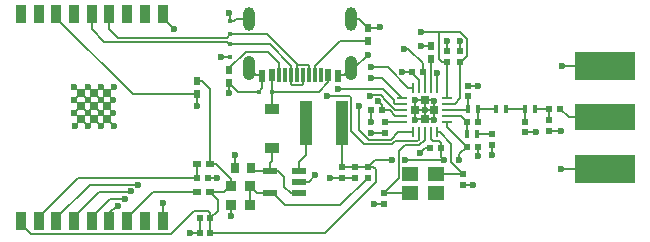
<source format=gtl>
G04 #@! TF.GenerationSoftware,KiCad,Pcbnew,7.0.7-7.0.7~ubuntu23.04.1*
G04 #@! TF.CreationDate,2023-08-22T21:33:39+02:00*
G04 #@! TF.ProjectId,CoralWave,436f7261-6c57-4617-9665-2e6b69636164,rev?*
G04 #@! TF.SameCoordinates,Original*
G04 #@! TF.FileFunction,Copper,L1,Top*
G04 #@! TF.FilePolarity,Positive*
%FSLAX46Y46*%
G04 Gerber Fmt 4.6, Leading zero omitted, Abs format (unit mm)*
G04 Created by KiCad (PCBNEW 7.0.7-7.0.7~ubuntu23.04.1) date 2023-08-22 21:33:39*
%MOMM*%
%LPD*%
G01*
G04 APERTURE LIST*
G04 #@! TA.AperFunction,SMDPad,CuDef*
%ADD10R,1.400000X1.200000*%
G04 #@! TD*
G04 #@! TA.AperFunction,SMDPad,CuDef*
%ADD11R,0.600000X0.620000*%
G04 #@! TD*
G04 #@! TA.AperFunction,SMDPad,CuDef*
%ADD12R,0.620000X0.600000*%
G04 #@! TD*
G04 #@! TA.AperFunction,SMDPad,CuDef*
%ADD13R,0.947699X0.254800*%
G04 #@! TD*
G04 #@! TA.AperFunction,SMDPad,CuDef*
%ADD14R,0.254800X0.947699*%
G04 #@! TD*
G04 #@! TA.AperFunction,SMDPad,CuDef*
%ADD15R,0.650000X0.720000*%
G04 #@! TD*
G04 #@! TA.AperFunction,SMDPad,CuDef*
%ADD16R,0.720000X0.650000*%
G04 #@! TD*
G04 #@! TA.AperFunction,SMDPad,CuDef*
%ADD17R,0.900000X0.950000*%
G04 #@! TD*
G04 #@! TA.AperFunction,SMDPad,CuDef*
%ADD18R,0.600000X0.750000*%
G04 #@! TD*
G04 #@! TA.AperFunction,SMDPad,CuDef*
%ADD19R,0.750000X0.600000*%
G04 #@! TD*
G04 #@! TA.AperFunction,SMDPad,CuDef*
%ADD20R,0.750000X0.940000*%
G04 #@! TD*
G04 #@! TA.AperFunction,SMDPad,CuDef*
%ADD21R,0.350000X0.650000*%
G04 #@! TD*
G04 #@! TA.AperFunction,SMDPad,CuDef*
%ADD22R,1.219200X0.914400*%
G04 #@! TD*
G04 #@! TA.AperFunction,SMDPad,CuDef*
%ADD23R,0.430000X0.320000*%
G04 #@! TD*
G04 #@! TA.AperFunction,SMDPad,CuDef*
%ADD24R,0.320000X0.430000*%
G04 #@! TD*
G04 #@! TA.AperFunction,SMDPad,CuDef*
%ADD25R,0.600000X0.700000*%
G04 #@! TD*
G04 #@! TA.AperFunction,SMDPad,CuDef*
%ADD26R,5.080000X2.290000*%
G04 #@! TD*
G04 #@! TA.AperFunction,SMDPad,CuDef*
%ADD27R,5.080000X2.415000*%
G04 #@! TD*
G04 #@! TA.AperFunction,SMDPad,CuDef*
%ADD28R,0.600000X1.030000*%
G04 #@! TD*
G04 #@! TA.AperFunction,SMDPad,CuDef*
%ADD29R,0.600000X1.080000*%
G04 #@! TD*
G04 #@! TA.AperFunction,SMDPad,CuDef*
%ADD30R,0.300000X1.150000*%
G04 #@! TD*
G04 #@! TA.AperFunction,ComponentPad*
%ADD31O,1.050000X2.100000*%
G04 #@! TD*
G04 #@! TA.AperFunction,ComponentPad*
%ADD32O,1.000000X2.000000*%
G04 #@! TD*
G04 #@! TA.AperFunction,SMDPad,CuDef*
%ADD33R,0.900000X1.500000*%
G04 #@! TD*
G04 #@! TA.AperFunction,SMDPad,CuDef*
%ADD34R,0.700000X0.700000*%
G04 #@! TD*
G04 #@! TA.AperFunction,SMDPad,CuDef*
%ADD35R,1.100000X3.700000*%
G04 #@! TD*
G04 #@! TA.AperFunction,SMDPad,CuDef*
%ADD36R,1.200000X0.600000*%
G04 #@! TD*
G04 #@! TA.AperFunction,ViaPad*
%ADD37C,0.600000*%
G04 #@! TD*
G04 #@! TA.AperFunction,Conductor*
%ADD38C,0.127000*%
G04 #@! TD*
G04 APERTURE END LIST*
D10*
X132600000Y-65460000D03*
X134800000Y-65460000D03*
X134800000Y-63860000D03*
X132600000Y-63860000D03*
D11*
X114770000Y-67600000D03*
X115690000Y-67600000D03*
D12*
X130340000Y-65460000D03*
X130340000Y-66380000D03*
D11*
X144390000Y-58340000D03*
X145310000Y-58340000D03*
D13*
X131936350Y-57419999D03*
X131936350Y-57920001D03*
X131936350Y-58420000D03*
X131936350Y-58919999D03*
X131936350Y-59420001D03*
D14*
X132832599Y-60316250D03*
X133332601Y-60316250D03*
X133832600Y-60316250D03*
X134332599Y-60316250D03*
X134832601Y-60316250D03*
D13*
X135728850Y-59420001D03*
X135728850Y-58919999D03*
X135728850Y-58420000D03*
X135728850Y-57920001D03*
X135728850Y-57419999D03*
D14*
X134832601Y-56523750D03*
X134332599Y-56523750D03*
X133832600Y-56523750D03*
X133332601Y-56523750D03*
X132832599Y-56523750D03*
D15*
X133027600Y-58420000D03*
D16*
X133832600Y-57615000D03*
X133832600Y-59225000D03*
D15*
X134637600Y-58420000D03*
D17*
X117400000Y-64830000D03*
X119000000Y-64830000D03*
D12*
X129010000Y-64140000D03*
X129010000Y-63220000D03*
X139530000Y-61380000D03*
X139530000Y-60460000D03*
X135730000Y-53430000D03*
X135730000Y-54350000D03*
D18*
X114570000Y-56000000D03*
X114570000Y-57100000D03*
D19*
X114530000Y-63000000D03*
X115630000Y-63000000D03*
D20*
X119150000Y-63340000D03*
X117750000Y-63340000D03*
D17*
X119000000Y-66440000D03*
X117400000Y-66440000D03*
D12*
X130500000Y-59420000D03*
X130500000Y-60340000D03*
D21*
X142285000Y-58340000D03*
X143135000Y-58340000D03*
D12*
X127910000Y-64140000D03*
X127910000Y-63220000D03*
D22*
X120860000Y-61638300D03*
X120860000Y-58361700D03*
D19*
X114530000Y-65400000D03*
X115630000Y-65400000D03*
D12*
X137090000Y-63860000D03*
X137090000Y-64780000D03*
D11*
X132730000Y-55220000D03*
X133650000Y-55220000D03*
D23*
X120870000Y-56860000D03*
X119770000Y-56860000D03*
D24*
X117330000Y-50930000D03*
X117330000Y-52030000D03*
D11*
X114770000Y-68800000D03*
X115690000Y-68800000D03*
D25*
X134350000Y-52990000D03*
X134350000Y-54090000D03*
D26*
X149100000Y-59050000D03*
D27*
X149100000Y-54667500D03*
X149100000Y-63432500D03*
D18*
X117280000Y-55060000D03*
X117280000Y-56160000D03*
D24*
X117340000Y-53970000D03*
X117340000Y-52870000D03*
D21*
X138265000Y-60460000D03*
X137415000Y-60460000D03*
D11*
X129270000Y-58440000D03*
X130190000Y-58440000D03*
D12*
X126810000Y-64140000D03*
X126810000Y-63220000D03*
D11*
X137420000Y-59400000D03*
X138340000Y-59400000D03*
X137380000Y-61530000D03*
X138300000Y-61530000D03*
D18*
X129040000Y-52550000D03*
X129040000Y-51450000D03*
D28*
X126470000Y-55515000D03*
D29*
X125670000Y-55490000D03*
D30*
X124520000Y-55455000D03*
X123520000Y-55455000D03*
X123020000Y-55455000D03*
X122020000Y-55455000D03*
D28*
X120070000Y-55515000D03*
D29*
X120870000Y-55490000D03*
D30*
X121520000Y-55455000D03*
X122520000Y-55455000D03*
X124020000Y-55455000D03*
X125020000Y-55455000D03*
D31*
X127590000Y-54880000D03*
D32*
X127590000Y-50700000D03*
X118950000Y-50700000D03*
D31*
X118950000Y-54880000D03*
D33*
X99630000Y-67800000D03*
X101130000Y-67800000D03*
X102630000Y-67800000D03*
X104130000Y-67800000D03*
X105630000Y-67800000D03*
X107130000Y-67800000D03*
X108630000Y-67800000D03*
X110130000Y-67800000D03*
X111630000Y-67800000D03*
X111630000Y-50300000D03*
X110130000Y-50300000D03*
X108630000Y-50300000D03*
X107130000Y-50300000D03*
X105630000Y-50300000D03*
X104130000Y-50300000D03*
X102630000Y-50300000D03*
X101130000Y-50300000D03*
X99630000Y-50300000D03*
D34*
X105830000Y-58090000D03*
X105830000Y-56990000D03*
X104730000Y-56990000D03*
X104730000Y-58090000D03*
X104730000Y-59190000D03*
X105830000Y-59190000D03*
X106930000Y-59190000D03*
X106930000Y-58090000D03*
X106930000Y-56990000D03*
D12*
X137490000Y-56360000D03*
X137490000Y-57280000D03*
X142280000Y-60320000D03*
X142280000Y-59400000D03*
D11*
X114520000Y-64200000D03*
X115440000Y-64200000D03*
D12*
X144390000Y-60220000D03*
X144390000Y-59300000D03*
D11*
X135220000Y-61670000D03*
X134300000Y-61670000D03*
D21*
X137485000Y-58340000D03*
X138335000Y-58340000D03*
X139885000Y-58340000D03*
X140735000Y-58340000D03*
D35*
X123790000Y-59520000D03*
X126790000Y-59520000D03*
D36*
X123200000Y-65460000D03*
X123200000Y-64510000D03*
X123200000Y-63560000D03*
X120700000Y-63560000D03*
X120700000Y-65460000D03*
D12*
X136830000Y-53430000D03*
X136830000Y-54350000D03*
D37*
X117290000Y-50210000D03*
X107480000Y-59740000D03*
X107470000Y-58640000D03*
X145390000Y-60220000D03*
X145410000Y-54670000D03*
X106380000Y-57540000D03*
X134640000Y-57620000D03*
X125810000Y-64150000D03*
X117750000Y-62270000D03*
X137910000Y-64780000D03*
X106380000Y-59740000D03*
X133530000Y-52990000D03*
X134640000Y-59230000D03*
X129280000Y-60330000D03*
X116620000Y-53970000D03*
X136830000Y-52620000D03*
X106380000Y-56440000D03*
X145390000Y-63430000D03*
X133030000Y-59230000D03*
X138300000Y-62360000D03*
X130020000Y-51420000D03*
X113960000Y-68800000D03*
X131920000Y-55220000D03*
X116240000Y-64200000D03*
X133030000Y-57610000D03*
X105280000Y-56440000D03*
X139530000Y-62260000D03*
X105290000Y-58640000D03*
X143290000Y-60320000D03*
X135730000Y-52620000D03*
X129270000Y-59450000D03*
X107470000Y-57540000D03*
X104170000Y-56440000D03*
X104180000Y-59740000D03*
X105280000Y-59740000D03*
X107480000Y-56440000D03*
X138330000Y-56360000D03*
X106380000Y-58640000D03*
X104170000Y-58640000D03*
X133437641Y-62087000D03*
X124560000Y-63940000D03*
X133830000Y-58430000D03*
X128990000Y-53730000D03*
X104170000Y-57540000D03*
X111630000Y-66290000D03*
X129520000Y-66380000D03*
X134882101Y-55310000D03*
X105280000Y-57540000D03*
X117400000Y-67430000D03*
X117280000Y-57010000D03*
X129273102Y-55693102D03*
X108430000Y-65963000D03*
X129198562Y-57224204D03*
X108993000Y-65316000D03*
X128260000Y-58109602D03*
X109570000Y-64753000D03*
X133490000Y-51780000D03*
X131063500Y-62650000D03*
X132190000Y-62650000D03*
X129850000Y-57690000D03*
X135437000Y-62650000D03*
X136730000Y-62650000D03*
X132045000Y-53225000D03*
X107830000Y-66526000D03*
X129280000Y-54780000D03*
X112630000Y-51600000D03*
X125568571Y-57255445D03*
X126492000Y-56660000D03*
X114570000Y-58089000D03*
D38*
X131936350Y-59420001D02*
X130500000Y-59420000D01*
X129270000Y-58440000D02*
X129270000Y-59450000D01*
X133832600Y-57615000D02*
X134635000Y-57615000D01*
X105830000Y-56990000D02*
X106380000Y-56440000D01*
X127590000Y-54880000D02*
X127840000Y-54880000D01*
X104720000Y-58090000D02*
X104170000Y-58640000D01*
X133820000Y-58420000D02*
X133830000Y-58430000D01*
X127590000Y-54880000D02*
X127015000Y-55455000D01*
X120070000Y-56560000D02*
X119770000Y-56860000D01*
X144390000Y-60220000D02*
X145390000Y-60220000D01*
X125810000Y-64150000D02*
X125820000Y-64140000D01*
X106380000Y-58640000D02*
X105830000Y-58090000D01*
X104730000Y-56990000D02*
X105280000Y-56440000D01*
X149100000Y-63432500D02*
X145392500Y-63432500D01*
X134635000Y-57615000D02*
X134640000Y-57620000D01*
X106930000Y-56990000D02*
X107480000Y-56440000D01*
X118950000Y-50700000D02*
X117890000Y-50700000D01*
X104720000Y-56990000D02*
X104170000Y-56440000D01*
X133832600Y-58432600D02*
X133830000Y-58430000D01*
X133027600Y-58420000D02*
X133027600Y-57612400D01*
X106930000Y-58080000D02*
X107470000Y-57540000D01*
X104720000Y-56990000D02*
X104170000Y-57540000D01*
X105830000Y-59190000D02*
X106380000Y-59740000D01*
X104730000Y-56990000D02*
X104720000Y-56990000D01*
X135730000Y-53430000D02*
X135730000Y-52620000D01*
X133832600Y-59225000D02*
X133035000Y-59225000D01*
X134637600Y-57622400D02*
X134640000Y-57620000D01*
X118950000Y-54880000D02*
X119525000Y-55455000D01*
X111630000Y-67800000D02*
X111630000Y-66290000D01*
X130340000Y-66380000D02*
X129520000Y-66380000D01*
X132730000Y-55320300D02*
X132730000Y-55220000D01*
X125820000Y-64140000D02*
X126810000Y-64140000D01*
X134635000Y-59225000D02*
X134640000Y-59230000D01*
X134350000Y-52990000D02*
X133530000Y-52990000D01*
X104730000Y-58090000D02*
X104720000Y-58090000D01*
X104720000Y-58090000D02*
X104170000Y-57540000D01*
X105290000Y-58640000D02*
X105280000Y-58640000D01*
X105280000Y-58640000D02*
X104730000Y-58090000D01*
X127840000Y-54880000D02*
X128990000Y-53730000D01*
X129040000Y-51450000D02*
X129990000Y-51450000D01*
X134882101Y-55310000D02*
X134832601Y-55359500D01*
X104730000Y-59190000D02*
X104740000Y-59190000D01*
X105830000Y-59190000D02*
X106380000Y-58640000D01*
X117330000Y-50930000D02*
X117660000Y-50930000D01*
X120070000Y-55515000D02*
X120070000Y-56560000D01*
X106380000Y-58640000D02*
X106930000Y-59190000D01*
X133332601Y-55922901D02*
X132730000Y-55320300D01*
X104730000Y-56990000D02*
X105280000Y-57540000D01*
X106930000Y-57000000D02*
X107470000Y-57540000D01*
X133027600Y-58420000D02*
X133027600Y-59227600D01*
X133035000Y-57615000D02*
X133030000Y-57610000D01*
X106930000Y-59190000D02*
X106930000Y-59180000D01*
X133854641Y-61670000D02*
X133437641Y-62087000D01*
X133332601Y-56523750D02*
X133332601Y-55922901D01*
X104740000Y-59190000D02*
X105290000Y-58640000D01*
X106930000Y-59190000D02*
X106380000Y-59740000D01*
X117750000Y-63340000D02*
X117750000Y-62270000D01*
X114770000Y-67600000D02*
X114770000Y-68800000D01*
X134300000Y-61670000D02*
X133854641Y-61670000D01*
X132730000Y-55220000D02*
X131920000Y-55220000D01*
X133035000Y-59225000D02*
X133030000Y-59230000D01*
X119770000Y-56860000D02*
X117980000Y-56860000D01*
X137490000Y-56360000D02*
X138330000Y-56360000D01*
X117980000Y-56860000D02*
X117280000Y-56160000D01*
X105290000Y-58640000D02*
X105290000Y-58630000D01*
X127015000Y-55455000D02*
X126470000Y-55455000D01*
X106930000Y-59180000D02*
X107470000Y-58640000D01*
X133832600Y-59225000D02*
X133832600Y-58432600D01*
X117330000Y-50930000D02*
X117330000Y-50250000D01*
X106930000Y-58100000D02*
X107470000Y-58640000D01*
X117890000Y-50700000D02*
X117660000Y-50930000D01*
X105830000Y-56990000D02*
X105280000Y-56440000D01*
X105280000Y-57540000D02*
X105830000Y-56990000D01*
X105280000Y-57540000D02*
X105830000Y-58090000D01*
X133027600Y-59227600D02*
X133030000Y-59230000D01*
X117280000Y-56160000D02*
X117280000Y-57010000D01*
X105290000Y-58640000D02*
X105290000Y-58650000D01*
X117400000Y-66440000D02*
X117400000Y-67430000D01*
X119525000Y-55455000D02*
X120070000Y-55455000D01*
X129990000Y-51450000D02*
X130020000Y-51420000D01*
X117330000Y-50250000D02*
X117290000Y-50210000D01*
X106380000Y-57540000D02*
X106930000Y-56990000D01*
X106380000Y-57540000D02*
X105830000Y-56990000D01*
X136830000Y-53430000D02*
X136830000Y-52620000D01*
X104730000Y-59190000D02*
X104720000Y-59190000D01*
X104730000Y-58090000D02*
X105280000Y-57540000D01*
X128290000Y-50700000D02*
X129040000Y-51450000D01*
X113960000Y-68800000D02*
X114770000Y-68800000D01*
X145392500Y-63432500D02*
X145390000Y-63430000D01*
X133832600Y-59225000D02*
X134635000Y-59225000D01*
X130500000Y-60340000D02*
X129290000Y-60340000D01*
X104730000Y-59190000D02*
X104180000Y-59740000D01*
X133832600Y-58427400D02*
X133830000Y-58430000D01*
X117340000Y-53970000D02*
X116620000Y-53970000D01*
X106380000Y-58640000D02*
X106930000Y-58090000D01*
X104720000Y-59190000D02*
X104170000Y-58640000D01*
X133027600Y-57612400D02*
X133030000Y-57610000D01*
X105830000Y-58090000D02*
X106380000Y-57540000D01*
X133832600Y-57615000D02*
X133832600Y-58427400D01*
X133027600Y-58420000D02*
X133820000Y-58420000D01*
X134637600Y-58420000D02*
X133840000Y-58420000D01*
X138300000Y-61530000D02*
X138300000Y-62360000D01*
X134832601Y-55359500D02*
X134832601Y-56523750D01*
X105290000Y-58650000D02*
X105830000Y-59190000D01*
X115440000Y-64200000D02*
X116240000Y-64200000D01*
X129290000Y-60340000D02*
X129280000Y-60330000D01*
X123200000Y-64510000D02*
X123990000Y-64510000D01*
X127910000Y-64140000D02*
X126810000Y-64140000D01*
X134637600Y-58420000D02*
X134637600Y-57622400D01*
X106930000Y-58090000D02*
X106930000Y-58100000D01*
X133840000Y-58420000D02*
X133830000Y-58430000D01*
X105290000Y-58630000D02*
X105830000Y-58090000D01*
X142280000Y-60320000D02*
X143290000Y-60320000D01*
X145412500Y-54667500D02*
X145410000Y-54670000D01*
X106380000Y-57540000D02*
X106930000Y-58090000D01*
X106930000Y-56990000D02*
X106930000Y-57000000D01*
X123990000Y-64510000D02*
X124560000Y-63940000D01*
X134637600Y-59227600D02*
X134640000Y-59230000D01*
X105830000Y-59190000D02*
X105280000Y-59740000D01*
X104730000Y-59190000D02*
X105280000Y-59740000D01*
X149100000Y-54667500D02*
X145412500Y-54667500D01*
X106930000Y-59190000D02*
X107480000Y-59740000D01*
X106930000Y-58090000D02*
X106930000Y-58080000D01*
X127590000Y-50700000D02*
X128290000Y-50700000D01*
X134637600Y-58420000D02*
X134637600Y-59227600D01*
X106930000Y-56990000D02*
X106380000Y-56440000D01*
X139530000Y-62260000D02*
X139530000Y-61380000D01*
X133832600Y-57615000D02*
X133035000Y-57615000D01*
X137090000Y-64780000D02*
X137910000Y-64780000D01*
X131626500Y-61933500D02*
X131626500Y-64173500D01*
X132160000Y-61400000D02*
X131626500Y-61933500D01*
X133832600Y-60944500D02*
X133377100Y-61400000D01*
X131626500Y-64173500D02*
X130340000Y-65460000D01*
X130340000Y-65460000D02*
X132600000Y-65460000D01*
X133377100Y-61400000D02*
X132160000Y-61400000D01*
X133832600Y-60316250D02*
X133832600Y-60944500D01*
X136080000Y-61300000D02*
X135096250Y-60316250D01*
X137090000Y-63860000D02*
X136080000Y-62850000D01*
X136080000Y-62850000D02*
X136080000Y-61300000D01*
X135096250Y-60316250D02*
X134832601Y-60316250D01*
X137090000Y-63860000D02*
X134800000Y-63860000D01*
X137405000Y-58420000D02*
X137485000Y-58340000D01*
X135728850Y-58420000D02*
X137405000Y-58420000D01*
X137490000Y-57280000D02*
X137490000Y-58335000D01*
X137490000Y-58335000D02*
X137485000Y-58340000D01*
X144390000Y-58340000D02*
X144390000Y-59300000D01*
X143135000Y-58340000D02*
X144390000Y-58340000D01*
X149100000Y-59050000D02*
X146020000Y-59050000D01*
X146020000Y-59050000D02*
X145310000Y-58340000D01*
X139530000Y-60460000D02*
X138265000Y-60460000D01*
X136939999Y-58919999D02*
X137420000Y-59400000D01*
X137420000Y-60455000D02*
X137415000Y-60460000D01*
X137420000Y-59400000D02*
X137420000Y-60455000D01*
X135728850Y-58919999D02*
X136939999Y-58919999D01*
X138335000Y-58340000D02*
X138335000Y-59395000D01*
X138335000Y-58340000D02*
X139885000Y-58340000D01*
X138335000Y-59395000D02*
X138340000Y-59400000D01*
X140735000Y-58340000D02*
X142285000Y-58340000D01*
X142285000Y-58340000D02*
X142285000Y-59395000D01*
X142285000Y-59395000D02*
X142280000Y-59400000D01*
X134318601Y-56509752D02*
X134332599Y-56523750D01*
X134318601Y-54111399D02*
X134318601Y-56509752D01*
X105630000Y-67500000D02*
X107167000Y-65963000D01*
X107167000Y-65963000D02*
X108430000Y-65963000D01*
X130209453Y-55693102D02*
X131936350Y-57419999D01*
X105630000Y-67800000D02*
X105630000Y-67500000D01*
X129273102Y-55693102D02*
X130209453Y-55693102D01*
X130583776Y-57620776D02*
X130583776Y-57695676D01*
X104130000Y-67500000D02*
X104130000Y-67800000D01*
X130583776Y-57695676D02*
X131308100Y-58420000D01*
X106230000Y-65400000D02*
X104130000Y-67500000D01*
X130089500Y-57126500D02*
X130583776Y-57620776D01*
X108909000Y-65400000D02*
X106230000Y-65400000D01*
X108993000Y-65316000D02*
X108909000Y-65400000D01*
X131308100Y-58420000D02*
X131936350Y-58420000D01*
X129198562Y-57224204D02*
X129296266Y-57126500D01*
X129296266Y-57126500D02*
X130089500Y-57126500D01*
X105450000Y-64753000D02*
X102630000Y-67573000D01*
X109570000Y-64753000D02*
X105450000Y-64753000D01*
X102630000Y-67573000D02*
X102630000Y-67800000D01*
X131593750Y-60316250D02*
X132832599Y-60316250D01*
X128260000Y-60106910D02*
X129123090Y-60970000D01*
X130940000Y-60970000D02*
X131593750Y-60316250D01*
X128260000Y-58109602D02*
X128260000Y-60106910D01*
X129123090Y-60970000D02*
X130940000Y-60970000D01*
X115690000Y-65400000D02*
X116350000Y-66060000D01*
X131936350Y-58919999D02*
X131345651Y-58919999D01*
X114997000Y-56000000D02*
X115630000Y-56633000D01*
X135067000Y-61080000D02*
X135220000Y-61233000D01*
X135728850Y-57920001D02*
X136349999Y-57920001D01*
X129447000Y-63220000D02*
X129680000Y-63453000D01*
X137403500Y-53880000D02*
X137403500Y-52396590D01*
X132425000Y-53225000D02*
X132045000Y-53225000D01*
X115690000Y-68800000D02*
X125360000Y-68800000D01*
X116172000Y-63000000D02*
X115630000Y-63000000D01*
X116830000Y-65400000D02*
X117400000Y-64830000D01*
X117400000Y-64830000D02*
X117400000Y-64228000D01*
X129010000Y-63220000D02*
X129447000Y-63220000D01*
X129680000Y-63453000D02*
X129680000Y-64480000D01*
X135728850Y-59420001D02*
X135728850Y-59878850D01*
X129850000Y-57690000D02*
X130190000Y-58030000D01*
X135437000Y-62650000D02*
X135220000Y-62433000D01*
X135060000Y-54117000D02*
X135060000Y-51780000D01*
X135060000Y-51780000D02*
X133490000Y-51780000D01*
X126790000Y-63200000D02*
X126810000Y-63220000D01*
X115630000Y-56633000D02*
X115630000Y-63000000D01*
X100470000Y-68940000D02*
X112320000Y-68940000D01*
X126810000Y-63220000D02*
X127910000Y-63220000D01*
X126790000Y-59520000D02*
X126790000Y-63200000D01*
X116350000Y-66940000D02*
X115690000Y-67600000D01*
X129580000Y-62650000D02*
X131063500Y-62650000D01*
X135220000Y-62433000D02*
X135220000Y-61670000D01*
X115630000Y-65400000D02*
X115690000Y-65400000D01*
X133832600Y-55402600D02*
X133650000Y-55220000D01*
X130190000Y-58030000D02*
X130190000Y-58440000D01*
X99630000Y-68100000D02*
X100470000Y-68940000D01*
X135728850Y-57419999D02*
X135728850Y-54351150D01*
X135293000Y-54350000D02*
X135730000Y-54350000D01*
X131345651Y-58919999D02*
X130865652Y-58440000D01*
X135220000Y-61233000D02*
X135220000Y-61670000D01*
X112320000Y-68940000D02*
X114310000Y-66950000D01*
X137403500Y-52396590D02*
X136786910Y-51780000D01*
X136830000Y-57440000D02*
X136830000Y-54350000D01*
X135728850Y-59878850D02*
X137380000Y-61530000D01*
X115690000Y-68800000D02*
X115690000Y-67600000D01*
X129680000Y-64480000D02*
X125360000Y-68800000D01*
X134540000Y-61080000D02*
X135067000Y-61080000D01*
X115630000Y-65400000D02*
X116830000Y-65400000D01*
X114310000Y-66950000D02*
X115477000Y-66950000D01*
X116350000Y-66060000D02*
X116350000Y-66940000D01*
X115690000Y-67163000D02*
X115690000Y-67600000D01*
X136730000Y-62650000D02*
X136730000Y-62180000D01*
X114570000Y-56000000D02*
X114997000Y-56000000D01*
X136933500Y-54350000D02*
X137403500Y-53880000D01*
X133650000Y-55220000D02*
X133650000Y-54450000D01*
X115477000Y-66950000D02*
X115690000Y-67163000D01*
X130865652Y-58440000D02*
X130190000Y-58440000D01*
X135728850Y-54351150D02*
X135730000Y-54350000D01*
X127910000Y-63220000D02*
X129010000Y-63220000D01*
X129010000Y-63220000D02*
X129580000Y-62650000D01*
X136830000Y-54350000D02*
X136933500Y-54350000D01*
X133650000Y-54450000D02*
X132425000Y-53225000D01*
X134332599Y-60872599D02*
X134540000Y-61080000D01*
X117400000Y-64228000D02*
X116172000Y-63000000D01*
X136730000Y-62180000D02*
X137380000Y-61530000D01*
X99630000Y-67800000D02*
X99630000Y-68100000D01*
X135437000Y-62650000D02*
X132190000Y-62650000D01*
X136786910Y-51780000D02*
X135060000Y-51780000D01*
X134332599Y-60316250D02*
X134332599Y-60872599D01*
X136349999Y-57920001D02*
X136830000Y-57440000D01*
X133832600Y-56523750D02*
X133832600Y-55402600D01*
X135293000Y-54350000D02*
X135060000Y-54117000D01*
X114530000Y-63000000D02*
X114530000Y-64190000D01*
X114520000Y-64200000D02*
X114510000Y-64190000D01*
X101130000Y-67500000D02*
X101130000Y-67800000D01*
X114530000Y-64190000D02*
X114520000Y-64200000D01*
X104440000Y-64190000D02*
X101130000Y-67500000D01*
X114510000Y-64190000D02*
X104440000Y-64190000D01*
X129010000Y-64140000D02*
X126680000Y-66470000D01*
X126680000Y-66470000D02*
X122010000Y-66470000D01*
X120700000Y-65460000D02*
X119630000Y-65460000D01*
X122010000Y-66470000D02*
X121000000Y-65460000D01*
X119630000Y-65460000D02*
X119000000Y-64830000D01*
X121000000Y-65460000D02*
X120700000Y-65460000D01*
X119000000Y-66440000D02*
X119000000Y-64830000D01*
X119370000Y-63560000D02*
X119150000Y-63340000D01*
X121950000Y-64130000D02*
X121380000Y-63560000D01*
X121950000Y-64937000D02*
X121950000Y-64130000D01*
X120860000Y-61638300D02*
X120860000Y-62730000D01*
X120700000Y-63560000D02*
X119370000Y-63560000D01*
X122473000Y-65460000D02*
X121950000Y-64937000D01*
X121380000Y-63560000D02*
X120700000Y-63560000D01*
X120860000Y-62730000D02*
X120870000Y-62740000D01*
X120700000Y-63560000D02*
X120700000Y-62910000D01*
X120700000Y-62910000D02*
X120870000Y-62740000D01*
X123200000Y-65460000D02*
X122473000Y-65460000D01*
X122520000Y-56207000D02*
X122520000Y-55455000D01*
X105630000Y-51580000D02*
X106677000Y-52627000D01*
X122520000Y-54703000D02*
X120687000Y-52870000D01*
X123520000Y-55455000D02*
X123520000Y-56207000D01*
X106677000Y-52627000D02*
X117097000Y-52627000D01*
X117097000Y-52627000D02*
X117340000Y-52870000D01*
X123520000Y-56207000D02*
X123433500Y-56293500D01*
X122606500Y-56293500D02*
X122520000Y-56207000D01*
X122520000Y-55455000D02*
X122520000Y-54703000D01*
X123433500Y-56293500D02*
X122606500Y-56293500D01*
X105630000Y-50300000D02*
X105630000Y-51580000D01*
X117340000Y-52870000D02*
X120687000Y-52870000D01*
X117330000Y-52030000D02*
X117060000Y-52300000D01*
X123106500Y-54616500D02*
X123933500Y-54616500D01*
X124020000Y-54703000D02*
X124020000Y-55455000D01*
X123933500Y-54616500D02*
X124020000Y-54703000D01*
X117330000Y-52030000D02*
X120485686Y-52030000D01*
X123020000Y-55455000D02*
X123020000Y-54564314D01*
X123020000Y-54703000D02*
X123106500Y-54616500D01*
X123020000Y-55455000D02*
X123020000Y-54703000D01*
X117060000Y-52300000D02*
X107900000Y-52300000D01*
X107900000Y-52300000D02*
X107130000Y-51530000D01*
X107130000Y-51530000D02*
X107130000Y-50300000D01*
X123020000Y-54564314D02*
X120485686Y-52030000D01*
X120870000Y-55490000D02*
X120870000Y-56860000D01*
X124858500Y-56860000D02*
X125670000Y-56048500D01*
X120870000Y-56860000D02*
X124858500Y-56860000D01*
X120870000Y-58351700D02*
X120860000Y-58361700D01*
X125670000Y-56048500D02*
X125670000Y-55455000D01*
X120870000Y-56860000D02*
X120870000Y-58351700D01*
X132426840Y-56523750D02*
X132832599Y-56523750D01*
X107130000Y-67800000D02*
X107130000Y-67139910D01*
X130683090Y-54780000D02*
X132426840Y-56523750D01*
X129280000Y-54780000D02*
X130683090Y-54780000D01*
X107743910Y-66526000D02*
X107830000Y-66526000D01*
X107130000Y-67139910D02*
X107743910Y-66526000D01*
X108630000Y-67573000D02*
X110803000Y-65400000D01*
X110803000Y-65400000D02*
X114530000Y-65400000D01*
X108630000Y-67800000D02*
X108630000Y-67573000D01*
X127603500Y-60220330D02*
X128680170Y-61297000D01*
X125568571Y-57255445D02*
X127481893Y-57255445D01*
X128680170Y-61297000D02*
X131075448Y-61297000D01*
X133332601Y-60944497D02*
X133332601Y-60316250D01*
X127603500Y-57377052D02*
X127603500Y-60220330D01*
X111630000Y-50600000D02*
X111630000Y-50300000D01*
X131299448Y-61073000D02*
X133204098Y-61073000D01*
X131075448Y-61297000D02*
X131299448Y-61073000D01*
X112630000Y-51600000D02*
X111630000Y-50600000D01*
X127481893Y-57255445D02*
X127603500Y-57377052D01*
X133204098Y-61073000D02*
X133332601Y-60944497D01*
X131199001Y-57549001D02*
X131199001Y-57810899D01*
X131199001Y-57810899D02*
X131308103Y-57920001D01*
X102630000Y-50300000D02*
X102630000Y-50600000D01*
X131308103Y-57920001D02*
X131936350Y-57920001D01*
X102630000Y-50600000D02*
X109130000Y-57100000D01*
X114570000Y-58089000D02*
X114570000Y-57100000D01*
X109130000Y-57100000D02*
X114570000Y-57100000D01*
X130311204Y-56661204D02*
X131199001Y-57549001D01*
X126493204Y-56661204D02*
X130311204Y-56661204D01*
X126492000Y-56660000D02*
X126493204Y-56661204D01*
X123790000Y-62230000D02*
X123200000Y-62820000D01*
X123790000Y-59520000D02*
X123790000Y-62230000D01*
X123200000Y-62820000D02*
X123200000Y-63560000D01*
X129040000Y-52550000D02*
X126673000Y-52550000D01*
X124520000Y-54703000D02*
X124520000Y-55455000D01*
X126673000Y-52550000D02*
X124520000Y-54703000D01*
X117280000Y-54909893D02*
X118659893Y-53530000D01*
X118659893Y-53530000D02*
X120580000Y-53530000D01*
X121520000Y-54470000D02*
X121520000Y-55455000D01*
X120580000Y-53530000D02*
X121520000Y-54470000D01*
X117280000Y-55060000D02*
X117280000Y-54909893D01*
M02*

</source>
